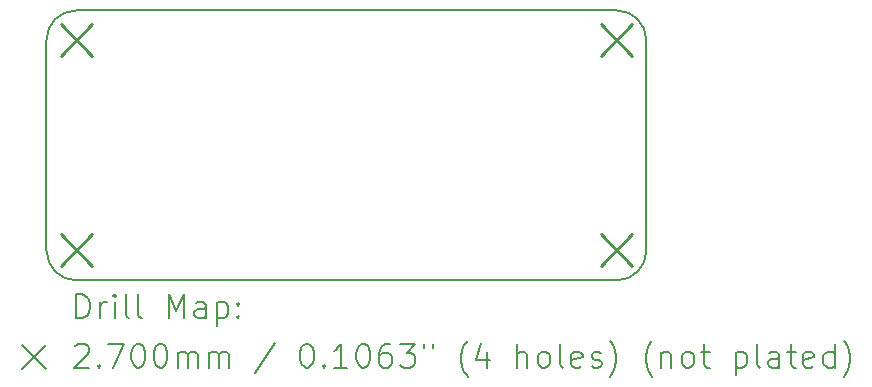
<source format=gbr>
%TF.GenerationSoftware,KiCad,Pcbnew,7.0.8*%
%TF.CreationDate,2023-11-04T12:21:12-07:00*%
%TF.ProjectId,feather-fc,66656174-6865-4722-9d66-632e6b696361,rev?*%
%TF.SameCoordinates,Original*%
%TF.FileFunction,Drillmap*%
%TF.FilePolarity,Positive*%
%FSLAX45Y45*%
G04 Gerber Fmt 4.5, Leading zero omitted, Abs format (unit mm)*
G04 Created by KiCad (PCBNEW 7.0.8) date 2023-11-04 12:21:12*
%MOMM*%
%LPD*%
G01*
G04 APERTURE LIST*
%ADD10C,0.150000*%
%ADD11C,0.200000*%
%ADD12C,0.270000*%
G04 APERTURE END LIST*
D10*
X7620000Y-2794000D02*
X7620000Y-4572000D01*
X2540000Y-4572000D02*
G75*
G03*
X2794000Y-4826000I254000J0D01*
G01*
X7620000Y-2794000D02*
G75*
G03*
X7366000Y-2540000I-254000J0D01*
G01*
X7366000Y-4826000D02*
G75*
G03*
X7620000Y-4572000I0J254000D01*
G01*
X7366000Y-4826000D02*
X2794000Y-4826000D01*
X2794000Y-2540000D02*
X7366000Y-2540000D01*
X2540000Y-4572000D02*
X2540000Y-2794000D01*
X2794000Y-2540000D02*
G75*
G03*
X2540000Y-2794000I0J-254000D01*
G01*
D11*
D12*
X2659000Y-2659000D02*
X2929000Y-2929000D01*
X2929000Y-2659000D02*
X2659000Y-2929000D01*
X2659000Y-4437000D02*
X2929000Y-4707000D01*
X2929000Y-4437000D02*
X2659000Y-4707000D01*
X7231000Y-2659000D02*
X7501000Y-2929000D01*
X7501000Y-2659000D02*
X7231000Y-2929000D01*
X7231000Y-4437000D02*
X7501000Y-4707000D01*
X7501000Y-4437000D02*
X7231000Y-4707000D01*
D11*
X2793277Y-5144984D02*
X2793277Y-4944984D01*
X2793277Y-4944984D02*
X2840896Y-4944984D01*
X2840896Y-4944984D02*
X2869467Y-4954508D01*
X2869467Y-4954508D02*
X2888515Y-4973555D01*
X2888515Y-4973555D02*
X2898039Y-4992603D01*
X2898039Y-4992603D02*
X2907562Y-5030698D01*
X2907562Y-5030698D02*
X2907562Y-5059270D01*
X2907562Y-5059270D02*
X2898039Y-5097365D01*
X2898039Y-5097365D02*
X2888515Y-5116412D01*
X2888515Y-5116412D02*
X2869467Y-5135460D01*
X2869467Y-5135460D02*
X2840896Y-5144984D01*
X2840896Y-5144984D02*
X2793277Y-5144984D01*
X2993277Y-5144984D02*
X2993277Y-5011650D01*
X2993277Y-5049746D02*
X3002801Y-5030698D01*
X3002801Y-5030698D02*
X3012324Y-5021174D01*
X3012324Y-5021174D02*
X3031372Y-5011650D01*
X3031372Y-5011650D02*
X3050420Y-5011650D01*
X3117086Y-5144984D02*
X3117086Y-5011650D01*
X3117086Y-4944984D02*
X3107562Y-4954508D01*
X3107562Y-4954508D02*
X3117086Y-4964031D01*
X3117086Y-4964031D02*
X3126610Y-4954508D01*
X3126610Y-4954508D02*
X3117086Y-4944984D01*
X3117086Y-4944984D02*
X3117086Y-4964031D01*
X3240896Y-5144984D02*
X3221848Y-5135460D01*
X3221848Y-5135460D02*
X3212324Y-5116412D01*
X3212324Y-5116412D02*
X3212324Y-4944984D01*
X3345658Y-5144984D02*
X3326610Y-5135460D01*
X3326610Y-5135460D02*
X3317086Y-5116412D01*
X3317086Y-5116412D02*
X3317086Y-4944984D01*
X3574229Y-5144984D02*
X3574229Y-4944984D01*
X3574229Y-4944984D02*
X3640896Y-5087841D01*
X3640896Y-5087841D02*
X3707562Y-4944984D01*
X3707562Y-4944984D02*
X3707562Y-5144984D01*
X3888515Y-5144984D02*
X3888515Y-5040222D01*
X3888515Y-5040222D02*
X3878991Y-5021174D01*
X3878991Y-5021174D02*
X3859943Y-5011650D01*
X3859943Y-5011650D02*
X3821848Y-5011650D01*
X3821848Y-5011650D02*
X3802801Y-5021174D01*
X3888515Y-5135460D02*
X3869467Y-5144984D01*
X3869467Y-5144984D02*
X3821848Y-5144984D01*
X3821848Y-5144984D02*
X3802801Y-5135460D01*
X3802801Y-5135460D02*
X3793277Y-5116412D01*
X3793277Y-5116412D02*
X3793277Y-5097365D01*
X3793277Y-5097365D02*
X3802801Y-5078317D01*
X3802801Y-5078317D02*
X3821848Y-5068793D01*
X3821848Y-5068793D02*
X3869467Y-5068793D01*
X3869467Y-5068793D02*
X3888515Y-5059270D01*
X3983753Y-5011650D02*
X3983753Y-5211650D01*
X3983753Y-5021174D02*
X4002801Y-5011650D01*
X4002801Y-5011650D02*
X4040896Y-5011650D01*
X4040896Y-5011650D02*
X4059943Y-5021174D01*
X4059943Y-5021174D02*
X4069467Y-5030698D01*
X4069467Y-5030698D02*
X4078991Y-5049746D01*
X4078991Y-5049746D02*
X4078991Y-5106889D01*
X4078991Y-5106889D02*
X4069467Y-5125936D01*
X4069467Y-5125936D02*
X4059943Y-5135460D01*
X4059943Y-5135460D02*
X4040896Y-5144984D01*
X4040896Y-5144984D02*
X4002801Y-5144984D01*
X4002801Y-5144984D02*
X3983753Y-5135460D01*
X4164705Y-5125936D02*
X4174229Y-5135460D01*
X4174229Y-5135460D02*
X4164705Y-5144984D01*
X4164705Y-5144984D02*
X4155182Y-5135460D01*
X4155182Y-5135460D02*
X4164705Y-5125936D01*
X4164705Y-5125936D02*
X4164705Y-5144984D01*
X4164705Y-5021174D02*
X4174229Y-5030698D01*
X4174229Y-5030698D02*
X4164705Y-5040222D01*
X4164705Y-5040222D02*
X4155182Y-5030698D01*
X4155182Y-5030698D02*
X4164705Y-5021174D01*
X4164705Y-5021174D02*
X4164705Y-5040222D01*
X2332500Y-5373500D02*
X2532500Y-5573500D01*
X2532500Y-5373500D02*
X2332500Y-5573500D01*
X2783753Y-5384031D02*
X2793277Y-5374508D01*
X2793277Y-5374508D02*
X2812324Y-5364984D01*
X2812324Y-5364984D02*
X2859943Y-5364984D01*
X2859943Y-5364984D02*
X2878991Y-5374508D01*
X2878991Y-5374508D02*
X2888515Y-5384031D01*
X2888515Y-5384031D02*
X2898039Y-5403079D01*
X2898039Y-5403079D02*
X2898039Y-5422127D01*
X2898039Y-5422127D02*
X2888515Y-5450698D01*
X2888515Y-5450698D02*
X2774229Y-5564984D01*
X2774229Y-5564984D02*
X2898039Y-5564984D01*
X2983753Y-5545936D02*
X2993277Y-5555460D01*
X2993277Y-5555460D02*
X2983753Y-5564984D01*
X2983753Y-5564984D02*
X2974229Y-5555460D01*
X2974229Y-5555460D02*
X2983753Y-5545936D01*
X2983753Y-5545936D02*
X2983753Y-5564984D01*
X3059943Y-5364984D02*
X3193277Y-5364984D01*
X3193277Y-5364984D02*
X3107562Y-5564984D01*
X3307562Y-5364984D02*
X3326610Y-5364984D01*
X3326610Y-5364984D02*
X3345658Y-5374508D01*
X3345658Y-5374508D02*
X3355182Y-5384031D01*
X3355182Y-5384031D02*
X3364705Y-5403079D01*
X3364705Y-5403079D02*
X3374229Y-5441174D01*
X3374229Y-5441174D02*
X3374229Y-5488793D01*
X3374229Y-5488793D02*
X3364705Y-5526889D01*
X3364705Y-5526889D02*
X3355182Y-5545936D01*
X3355182Y-5545936D02*
X3345658Y-5555460D01*
X3345658Y-5555460D02*
X3326610Y-5564984D01*
X3326610Y-5564984D02*
X3307562Y-5564984D01*
X3307562Y-5564984D02*
X3288515Y-5555460D01*
X3288515Y-5555460D02*
X3278991Y-5545936D01*
X3278991Y-5545936D02*
X3269467Y-5526889D01*
X3269467Y-5526889D02*
X3259943Y-5488793D01*
X3259943Y-5488793D02*
X3259943Y-5441174D01*
X3259943Y-5441174D02*
X3269467Y-5403079D01*
X3269467Y-5403079D02*
X3278991Y-5384031D01*
X3278991Y-5384031D02*
X3288515Y-5374508D01*
X3288515Y-5374508D02*
X3307562Y-5364984D01*
X3498039Y-5364984D02*
X3517086Y-5364984D01*
X3517086Y-5364984D02*
X3536134Y-5374508D01*
X3536134Y-5374508D02*
X3545658Y-5384031D01*
X3545658Y-5384031D02*
X3555182Y-5403079D01*
X3555182Y-5403079D02*
X3564705Y-5441174D01*
X3564705Y-5441174D02*
X3564705Y-5488793D01*
X3564705Y-5488793D02*
X3555182Y-5526889D01*
X3555182Y-5526889D02*
X3545658Y-5545936D01*
X3545658Y-5545936D02*
X3536134Y-5555460D01*
X3536134Y-5555460D02*
X3517086Y-5564984D01*
X3517086Y-5564984D02*
X3498039Y-5564984D01*
X3498039Y-5564984D02*
X3478991Y-5555460D01*
X3478991Y-5555460D02*
X3469467Y-5545936D01*
X3469467Y-5545936D02*
X3459943Y-5526889D01*
X3459943Y-5526889D02*
X3450420Y-5488793D01*
X3450420Y-5488793D02*
X3450420Y-5441174D01*
X3450420Y-5441174D02*
X3459943Y-5403079D01*
X3459943Y-5403079D02*
X3469467Y-5384031D01*
X3469467Y-5384031D02*
X3478991Y-5374508D01*
X3478991Y-5374508D02*
X3498039Y-5364984D01*
X3650420Y-5564984D02*
X3650420Y-5431650D01*
X3650420Y-5450698D02*
X3659943Y-5441174D01*
X3659943Y-5441174D02*
X3678991Y-5431650D01*
X3678991Y-5431650D02*
X3707563Y-5431650D01*
X3707563Y-5431650D02*
X3726610Y-5441174D01*
X3726610Y-5441174D02*
X3736134Y-5460222D01*
X3736134Y-5460222D02*
X3736134Y-5564984D01*
X3736134Y-5460222D02*
X3745658Y-5441174D01*
X3745658Y-5441174D02*
X3764705Y-5431650D01*
X3764705Y-5431650D02*
X3793277Y-5431650D01*
X3793277Y-5431650D02*
X3812324Y-5441174D01*
X3812324Y-5441174D02*
X3821848Y-5460222D01*
X3821848Y-5460222D02*
X3821848Y-5564984D01*
X3917086Y-5564984D02*
X3917086Y-5431650D01*
X3917086Y-5450698D02*
X3926610Y-5441174D01*
X3926610Y-5441174D02*
X3945658Y-5431650D01*
X3945658Y-5431650D02*
X3974229Y-5431650D01*
X3974229Y-5431650D02*
X3993277Y-5441174D01*
X3993277Y-5441174D02*
X4002801Y-5460222D01*
X4002801Y-5460222D02*
X4002801Y-5564984D01*
X4002801Y-5460222D02*
X4012324Y-5441174D01*
X4012324Y-5441174D02*
X4031372Y-5431650D01*
X4031372Y-5431650D02*
X4059943Y-5431650D01*
X4059943Y-5431650D02*
X4078991Y-5441174D01*
X4078991Y-5441174D02*
X4088515Y-5460222D01*
X4088515Y-5460222D02*
X4088515Y-5564984D01*
X4478991Y-5355460D02*
X4307563Y-5612603D01*
X4736134Y-5364984D02*
X4755182Y-5364984D01*
X4755182Y-5364984D02*
X4774229Y-5374508D01*
X4774229Y-5374508D02*
X4783753Y-5384031D01*
X4783753Y-5384031D02*
X4793277Y-5403079D01*
X4793277Y-5403079D02*
X4802801Y-5441174D01*
X4802801Y-5441174D02*
X4802801Y-5488793D01*
X4802801Y-5488793D02*
X4793277Y-5526889D01*
X4793277Y-5526889D02*
X4783753Y-5545936D01*
X4783753Y-5545936D02*
X4774229Y-5555460D01*
X4774229Y-5555460D02*
X4755182Y-5564984D01*
X4755182Y-5564984D02*
X4736134Y-5564984D01*
X4736134Y-5564984D02*
X4717087Y-5555460D01*
X4717087Y-5555460D02*
X4707563Y-5545936D01*
X4707563Y-5545936D02*
X4698039Y-5526889D01*
X4698039Y-5526889D02*
X4688515Y-5488793D01*
X4688515Y-5488793D02*
X4688515Y-5441174D01*
X4688515Y-5441174D02*
X4698039Y-5403079D01*
X4698039Y-5403079D02*
X4707563Y-5384031D01*
X4707563Y-5384031D02*
X4717087Y-5374508D01*
X4717087Y-5374508D02*
X4736134Y-5364984D01*
X4888515Y-5545936D02*
X4898039Y-5555460D01*
X4898039Y-5555460D02*
X4888515Y-5564984D01*
X4888515Y-5564984D02*
X4878991Y-5555460D01*
X4878991Y-5555460D02*
X4888515Y-5545936D01*
X4888515Y-5545936D02*
X4888515Y-5564984D01*
X5088515Y-5564984D02*
X4974229Y-5564984D01*
X5031372Y-5564984D02*
X5031372Y-5364984D01*
X5031372Y-5364984D02*
X5012325Y-5393555D01*
X5012325Y-5393555D02*
X4993277Y-5412603D01*
X4993277Y-5412603D02*
X4974229Y-5422127D01*
X5212325Y-5364984D02*
X5231372Y-5364984D01*
X5231372Y-5364984D02*
X5250420Y-5374508D01*
X5250420Y-5374508D02*
X5259944Y-5384031D01*
X5259944Y-5384031D02*
X5269468Y-5403079D01*
X5269468Y-5403079D02*
X5278991Y-5441174D01*
X5278991Y-5441174D02*
X5278991Y-5488793D01*
X5278991Y-5488793D02*
X5269468Y-5526889D01*
X5269468Y-5526889D02*
X5259944Y-5545936D01*
X5259944Y-5545936D02*
X5250420Y-5555460D01*
X5250420Y-5555460D02*
X5231372Y-5564984D01*
X5231372Y-5564984D02*
X5212325Y-5564984D01*
X5212325Y-5564984D02*
X5193277Y-5555460D01*
X5193277Y-5555460D02*
X5183753Y-5545936D01*
X5183753Y-5545936D02*
X5174229Y-5526889D01*
X5174229Y-5526889D02*
X5164706Y-5488793D01*
X5164706Y-5488793D02*
X5164706Y-5441174D01*
X5164706Y-5441174D02*
X5174229Y-5403079D01*
X5174229Y-5403079D02*
X5183753Y-5384031D01*
X5183753Y-5384031D02*
X5193277Y-5374508D01*
X5193277Y-5374508D02*
X5212325Y-5364984D01*
X5450420Y-5364984D02*
X5412325Y-5364984D01*
X5412325Y-5364984D02*
X5393277Y-5374508D01*
X5393277Y-5374508D02*
X5383753Y-5384031D01*
X5383753Y-5384031D02*
X5364706Y-5412603D01*
X5364706Y-5412603D02*
X5355182Y-5450698D01*
X5355182Y-5450698D02*
X5355182Y-5526889D01*
X5355182Y-5526889D02*
X5364706Y-5545936D01*
X5364706Y-5545936D02*
X5374229Y-5555460D01*
X5374229Y-5555460D02*
X5393277Y-5564984D01*
X5393277Y-5564984D02*
X5431372Y-5564984D01*
X5431372Y-5564984D02*
X5450420Y-5555460D01*
X5450420Y-5555460D02*
X5459944Y-5545936D01*
X5459944Y-5545936D02*
X5469468Y-5526889D01*
X5469468Y-5526889D02*
X5469468Y-5479270D01*
X5469468Y-5479270D02*
X5459944Y-5460222D01*
X5459944Y-5460222D02*
X5450420Y-5450698D01*
X5450420Y-5450698D02*
X5431372Y-5441174D01*
X5431372Y-5441174D02*
X5393277Y-5441174D01*
X5393277Y-5441174D02*
X5374229Y-5450698D01*
X5374229Y-5450698D02*
X5364706Y-5460222D01*
X5364706Y-5460222D02*
X5355182Y-5479270D01*
X5536134Y-5364984D02*
X5659944Y-5364984D01*
X5659944Y-5364984D02*
X5593277Y-5441174D01*
X5593277Y-5441174D02*
X5621848Y-5441174D01*
X5621848Y-5441174D02*
X5640896Y-5450698D01*
X5640896Y-5450698D02*
X5650420Y-5460222D01*
X5650420Y-5460222D02*
X5659944Y-5479270D01*
X5659944Y-5479270D02*
X5659944Y-5526889D01*
X5659944Y-5526889D02*
X5650420Y-5545936D01*
X5650420Y-5545936D02*
X5640896Y-5555460D01*
X5640896Y-5555460D02*
X5621848Y-5564984D01*
X5621848Y-5564984D02*
X5564706Y-5564984D01*
X5564706Y-5564984D02*
X5545658Y-5555460D01*
X5545658Y-5555460D02*
X5536134Y-5545936D01*
X5736134Y-5364984D02*
X5736134Y-5403079D01*
X5812325Y-5364984D02*
X5812325Y-5403079D01*
X6107563Y-5641174D02*
X6098039Y-5631650D01*
X6098039Y-5631650D02*
X6078991Y-5603079D01*
X6078991Y-5603079D02*
X6069468Y-5584031D01*
X6069468Y-5584031D02*
X6059944Y-5555460D01*
X6059944Y-5555460D02*
X6050420Y-5507841D01*
X6050420Y-5507841D02*
X6050420Y-5469746D01*
X6050420Y-5469746D02*
X6059944Y-5422127D01*
X6059944Y-5422127D02*
X6069468Y-5393555D01*
X6069468Y-5393555D02*
X6078991Y-5374508D01*
X6078991Y-5374508D02*
X6098039Y-5345936D01*
X6098039Y-5345936D02*
X6107563Y-5336412D01*
X6269468Y-5431650D02*
X6269468Y-5564984D01*
X6221848Y-5355460D02*
X6174229Y-5498317D01*
X6174229Y-5498317D02*
X6298039Y-5498317D01*
X6526610Y-5564984D02*
X6526610Y-5364984D01*
X6612325Y-5564984D02*
X6612325Y-5460222D01*
X6612325Y-5460222D02*
X6602801Y-5441174D01*
X6602801Y-5441174D02*
X6583753Y-5431650D01*
X6583753Y-5431650D02*
X6555182Y-5431650D01*
X6555182Y-5431650D02*
X6536134Y-5441174D01*
X6536134Y-5441174D02*
X6526610Y-5450698D01*
X6736134Y-5564984D02*
X6717087Y-5555460D01*
X6717087Y-5555460D02*
X6707563Y-5545936D01*
X6707563Y-5545936D02*
X6698039Y-5526889D01*
X6698039Y-5526889D02*
X6698039Y-5469746D01*
X6698039Y-5469746D02*
X6707563Y-5450698D01*
X6707563Y-5450698D02*
X6717087Y-5441174D01*
X6717087Y-5441174D02*
X6736134Y-5431650D01*
X6736134Y-5431650D02*
X6764706Y-5431650D01*
X6764706Y-5431650D02*
X6783753Y-5441174D01*
X6783753Y-5441174D02*
X6793277Y-5450698D01*
X6793277Y-5450698D02*
X6802801Y-5469746D01*
X6802801Y-5469746D02*
X6802801Y-5526889D01*
X6802801Y-5526889D02*
X6793277Y-5545936D01*
X6793277Y-5545936D02*
X6783753Y-5555460D01*
X6783753Y-5555460D02*
X6764706Y-5564984D01*
X6764706Y-5564984D02*
X6736134Y-5564984D01*
X6917087Y-5564984D02*
X6898039Y-5555460D01*
X6898039Y-5555460D02*
X6888515Y-5536412D01*
X6888515Y-5536412D02*
X6888515Y-5364984D01*
X7069468Y-5555460D02*
X7050420Y-5564984D01*
X7050420Y-5564984D02*
X7012325Y-5564984D01*
X7012325Y-5564984D02*
X6993277Y-5555460D01*
X6993277Y-5555460D02*
X6983753Y-5536412D01*
X6983753Y-5536412D02*
X6983753Y-5460222D01*
X6983753Y-5460222D02*
X6993277Y-5441174D01*
X6993277Y-5441174D02*
X7012325Y-5431650D01*
X7012325Y-5431650D02*
X7050420Y-5431650D01*
X7050420Y-5431650D02*
X7069468Y-5441174D01*
X7069468Y-5441174D02*
X7078991Y-5460222D01*
X7078991Y-5460222D02*
X7078991Y-5479270D01*
X7078991Y-5479270D02*
X6983753Y-5498317D01*
X7155182Y-5555460D02*
X7174230Y-5564984D01*
X7174230Y-5564984D02*
X7212325Y-5564984D01*
X7212325Y-5564984D02*
X7231372Y-5555460D01*
X7231372Y-5555460D02*
X7240896Y-5536412D01*
X7240896Y-5536412D02*
X7240896Y-5526889D01*
X7240896Y-5526889D02*
X7231372Y-5507841D01*
X7231372Y-5507841D02*
X7212325Y-5498317D01*
X7212325Y-5498317D02*
X7183753Y-5498317D01*
X7183753Y-5498317D02*
X7164706Y-5488793D01*
X7164706Y-5488793D02*
X7155182Y-5469746D01*
X7155182Y-5469746D02*
X7155182Y-5460222D01*
X7155182Y-5460222D02*
X7164706Y-5441174D01*
X7164706Y-5441174D02*
X7183753Y-5431650D01*
X7183753Y-5431650D02*
X7212325Y-5431650D01*
X7212325Y-5431650D02*
X7231372Y-5441174D01*
X7307563Y-5641174D02*
X7317087Y-5631650D01*
X7317087Y-5631650D02*
X7336134Y-5603079D01*
X7336134Y-5603079D02*
X7345658Y-5584031D01*
X7345658Y-5584031D02*
X7355182Y-5555460D01*
X7355182Y-5555460D02*
X7364706Y-5507841D01*
X7364706Y-5507841D02*
X7364706Y-5469746D01*
X7364706Y-5469746D02*
X7355182Y-5422127D01*
X7355182Y-5422127D02*
X7345658Y-5393555D01*
X7345658Y-5393555D02*
X7336134Y-5374508D01*
X7336134Y-5374508D02*
X7317087Y-5345936D01*
X7317087Y-5345936D02*
X7307563Y-5336412D01*
X7669468Y-5641174D02*
X7659944Y-5631650D01*
X7659944Y-5631650D02*
X7640896Y-5603079D01*
X7640896Y-5603079D02*
X7631372Y-5584031D01*
X7631372Y-5584031D02*
X7621849Y-5555460D01*
X7621849Y-5555460D02*
X7612325Y-5507841D01*
X7612325Y-5507841D02*
X7612325Y-5469746D01*
X7612325Y-5469746D02*
X7621849Y-5422127D01*
X7621849Y-5422127D02*
X7631372Y-5393555D01*
X7631372Y-5393555D02*
X7640896Y-5374508D01*
X7640896Y-5374508D02*
X7659944Y-5345936D01*
X7659944Y-5345936D02*
X7669468Y-5336412D01*
X7745658Y-5431650D02*
X7745658Y-5564984D01*
X7745658Y-5450698D02*
X7755182Y-5441174D01*
X7755182Y-5441174D02*
X7774230Y-5431650D01*
X7774230Y-5431650D02*
X7802801Y-5431650D01*
X7802801Y-5431650D02*
X7821849Y-5441174D01*
X7821849Y-5441174D02*
X7831372Y-5460222D01*
X7831372Y-5460222D02*
X7831372Y-5564984D01*
X7955182Y-5564984D02*
X7936134Y-5555460D01*
X7936134Y-5555460D02*
X7926611Y-5545936D01*
X7926611Y-5545936D02*
X7917087Y-5526889D01*
X7917087Y-5526889D02*
X7917087Y-5469746D01*
X7917087Y-5469746D02*
X7926611Y-5450698D01*
X7926611Y-5450698D02*
X7936134Y-5441174D01*
X7936134Y-5441174D02*
X7955182Y-5431650D01*
X7955182Y-5431650D02*
X7983753Y-5431650D01*
X7983753Y-5431650D02*
X8002801Y-5441174D01*
X8002801Y-5441174D02*
X8012325Y-5450698D01*
X8012325Y-5450698D02*
X8021849Y-5469746D01*
X8021849Y-5469746D02*
X8021849Y-5526889D01*
X8021849Y-5526889D02*
X8012325Y-5545936D01*
X8012325Y-5545936D02*
X8002801Y-5555460D01*
X8002801Y-5555460D02*
X7983753Y-5564984D01*
X7983753Y-5564984D02*
X7955182Y-5564984D01*
X8078992Y-5431650D02*
X8155182Y-5431650D01*
X8107563Y-5364984D02*
X8107563Y-5536412D01*
X8107563Y-5536412D02*
X8117087Y-5555460D01*
X8117087Y-5555460D02*
X8136134Y-5564984D01*
X8136134Y-5564984D02*
X8155182Y-5564984D01*
X8374230Y-5431650D02*
X8374230Y-5631650D01*
X8374230Y-5441174D02*
X8393277Y-5431650D01*
X8393277Y-5431650D02*
X8431373Y-5431650D01*
X8431373Y-5431650D02*
X8450420Y-5441174D01*
X8450420Y-5441174D02*
X8459944Y-5450698D01*
X8459944Y-5450698D02*
X8469468Y-5469746D01*
X8469468Y-5469746D02*
X8469468Y-5526889D01*
X8469468Y-5526889D02*
X8459944Y-5545936D01*
X8459944Y-5545936D02*
X8450420Y-5555460D01*
X8450420Y-5555460D02*
X8431373Y-5564984D01*
X8431373Y-5564984D02*
X8393277Y-5564984D01*
X8393277Y-5564984D02*
X8374230Y-5555460D01*
X8583754Y-5564984D02*
X8564706Y-5555460D01*
X8564706Y-5555460D02*
X8555182Y-5536412D01*
X8555182Y-5536412D02*
X8555182Y-5364984D01*
X8745658Y-5564984D02*
X8745658Y-5460222D01*
X8745658Y-5460222D02*
X8736135Y-5441174D01*
X8736135Y-5441174D02*
X8717087Y-5431650D01*
X8717087Y-5431650D02*
X8678992Y-5431650D01*
X8678992Y-5431650D02*
X8659944Y-5441174D01*
X8745658Y-5555460D02*
X8726611Y-5564984D01*
X8726611Y-5564984D02*
X8678992Y-5564984D01*
X8678992Y-5564984D02*
X8659944Y-5555460D01*
X8659944Y-5555460D02*
X8650420Y-5536412D01*
X8650420Y-5536412D02*
X8650420Y-5517365D01*
X8650420Y-5517365D02*
X8659944Y-5498317D01*
X8659944Y-5498317D02*
X8678992Y-5488793D01*
X8678992Y-5488793D02*
X8726611Y-5488793D01*
X8726611Y-5488793D02*
X8745658Y-5479270D01*
X8812325Y-5431650D02*
X8888515Y-5431650D01*
X8840896Y-5364984D02*
X8840896Y-5536412D01*
X8840896Y-5536412D02*
X8850420Y-5555460D01*
X8850420Y-5555460D02*
X8869468Y-5564984D01*
X8869468Y-5564984D02*
X8888515Y-5564984D01*
X9031373Y-5555460D02*
X9012325Y-5564984D01*
X9012325Y-5564984D02*
X8974230Y-5564984D01*
X8974230Y-5564984D02*
X8955182Y-5555460D01*
X8955182Y-5555460D02*
X8945658Y-5536412D01*
X8945658Y-5536412D02*
X8945658Y-5460222D01*
X8945658Y-5460222D02*
X8955182Y-5441174D01*
X8955182Y-5441174D02*
X8974230Y-5431650D01*
X8974230Y-5431650D02*
X9012325Y-5431650D01*
X9012325Y-5431650D02*
X9031373Y-5441174D01*
X9031373Y-5441174D02*
X9040896Y-5460222D01*
X9040896Y-5460222D02*
X9040896Y-5479270D01*
X9040896Y-5479270D02*
X8945658Y-5498317D01*
X9212325Y-5564984D02*
X9212325Y-5364984D01*
X9212325Y-5555460D02*
X9193277Y-5564984D01*
X9193277Y-5564984D02*
X9155182Y-5564984D01*
X9155182Y-5564984D02*
X9136135Y-5555460D01*
X9136135Y-5555460D02*
X9126611Y-5545936D01*
X9126611Y-5545936D02*
X9117087Y-5526889D01*
X9117087Y-5526889D02*
X9117087Y-5469746D01*
X9117087Y-5469746D02*
X9126611Y-5450698D01*
X9126611Y-5450698D02*
X9136135Y-5441174D01*
X9136135Y-5441174D02*
X9155182Y-5431650D01*
X9155182Y-5431650D02*
X9193277Y-5431650D01*
X9193277Y-5431650D02*
X9212325Y-5441174D01*
X9288516Y-5641174D02*
X9298039Y-5631650D01*
X9298039Y-5631650D02*
X9317087Y-5603079D01*
X9317087Y-5603079D02*
X9326611Y-5584031D01*
X9326611Y-5584031D02*
X9336135Y-5555460D01*
X9336135Y-5555460D02*
X9345658Y-5507841D01*
X9345658Y-5507841D02*
X9345658Y-5469746D01*
X9345658Y-5469746D02*
X9336135Y-5422127D01*
X9336135Y-5422127D02*
X9326611Y-5393555D01*
X9326611Y-5393555D02*
X9317087Y-5374508D01*
X9317087Y-5374508D02*
X9298039Y-5345936D01*
X9298039Y-5345936D02*
X9288516Y-5336412D01*
M02*

</source>
